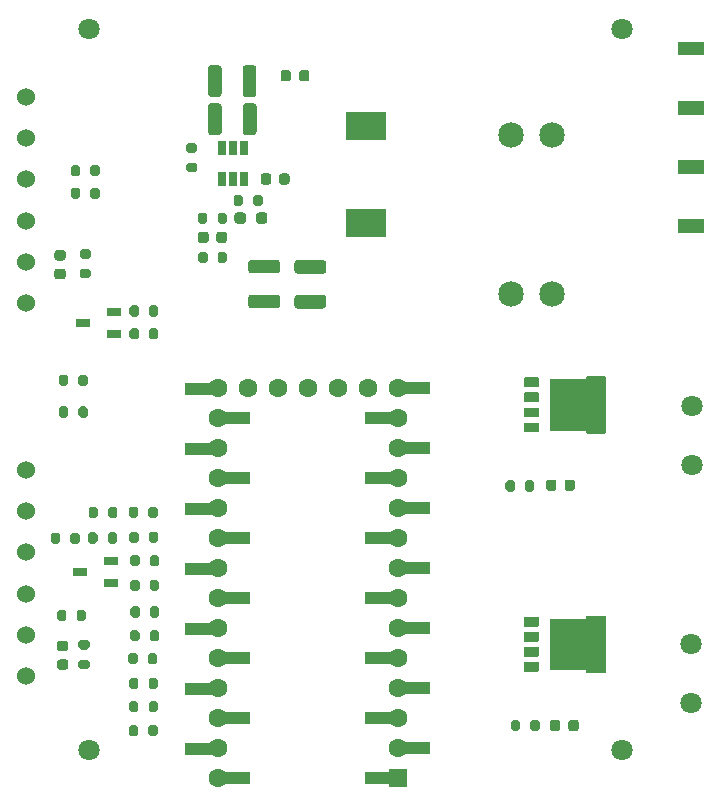
<source format=gbr>
%TF.GenerationSoftware,KiCad,Pcbnew,(5.1.9)-1*%
<<<<<<< HEAD:exports/Gerbers/4runner-Seat-Heat-PCB-Rev02/4runner-seat-heat-F_Mask.gbr
%TF.CreationDate,2022-03-20T14:43:19-04:00*%
=======
%TF.CreationDate,2022-12-24T12:33:20-05:00*%
>>>>>>> better-backligh-control:exports/Gerbers/4runner-Seat-Heat-PCB-Rev03/4runner-seat-heat-F_Mask.gbr
%TF.ProjectId,4runner-seat-heat,3472756e-6e65-4722-9d73-6561742d6865,rev?*%
%TF.SameCoordinates,Original*%
%TF.FileFunction,Soldermask,Top*%
%TF.FilePolarity,Negative*%
%FSLAX46Y46*%
G04 Gerber Fmt 4.6, Leading zero omitted, Abs format (unit mm)*
<<<<<<< HEAD:exports/Gerbers/4runner-Seat-Heat-PCB-Rev02/4runner-seat-heat-F_Mask.gbr
G04 Created by KiCad (PCBNEW (5.1.9)-1) date 2022-03-20 14:43:19*
=======
G04 Created by KiCad (PCBNEW (5.1.9)-1) date 2022-12-24 12:33:20*
>>>>>>> better-backligh-control:exports/Gerbers/4runner-Seat-Heat-PCB-Rev03/4runner-seat-heat-F_Mask.gbr
%MOMM*%
%LPD*%
G01*
G04 APERTURE LIST*
%ADD10C,1.800000*%
%ADD11R,2.286000X1.016000*%
%ADD12C,1.600000*%
%ADD13R,1.600000X1.600000*%
%ADD14C,2.159000*%
%ADD15C,1.524000*%
%ADD16R,0.650000X1.220000*%
%ADD17C,0.100000*%
%ADD18R,1.220000X0.650000*%
%ADD19R,3.400000X2.400000*%
G04 APERTURE END LIST*
D10*
<<<<<<< HEAD:exports/Gerbers/4runner-Seat-Heat-PCB-Rev02/4runner-seat-heat-F_Mask.gbr
%TO.C,Mount1*%
X13309600Y-61711200D03*
%TD*%
%TO.C,Mount4*%
X13309600Y-711200D03*
%TD*%
%TO.C,Mount2*%
X58470800Y-61711200D03*
%TD*%
%TO.C,Mount3*%
X58470800Y-711200D03*
%TD*%
D11*
%TO.C,J9*%
X64312800Y-2424400D03*
X64312800Y-17424400D03*
X64312800Y-7424400D03*
X64312800Y-12424400D03*
=======
%TO.C,REF\u002A\u002A*%
X64312800Y-2322800D03*
X64312800Y-17322800D03*
X64312800Y-7322800D03*
X64312800Y-12322800D03*
>>>>>>> better-backligh-control:exports/Gerbers/4runner-Seat-Heat-PCB-Rev03/4runner-seat-heat-F_Mask.gbr
%TD*%
%TO.C,R24*%
G36*
G01*
X10875000Y-43525000D02*
X10875000Y-44075000D01*
G75*
G02*
X10675000Y-44275000I-200000J0D01*
G01*
X10275000Y-44275000D01*
G75*
G02*
X10075000Y-44075000I0J200000D01*
G01*
X10075000Y-43525000D01*
G75*
G02*
X10275000Y-43325000I200000J0D01*
G01*
X10675000Y-43325000D01*
G75*
G02*
X10875000Y-43525000I0J-200000D01*
G01*
G37*
G36*
G01*
X12525000Y-43525000D02*
X12525000Y-44075000D01*
G75*
G02*
X12325000Y-44275000I-200000J0D01*
G01*
X11925000Y-44275000D01*
G75*
G02*
X11725000Y-44075000I0J200000D01*
G01*
X11725000Y-43525000D01*
G75*
G02*
X11925000Y-43325000I200000J0D01*
G01*
X12325000Y-43325000D01*
G75*
G02*
X12525000Y-43525000I0J-200000D01*
G01*
G37*
%TD*%
%TO.C,R23*%
G36*
G01*
X12261400Y-50617800D02*
X12261400Y-50067800D01*
G75*
G02*
X12461400Y-49867800I200000J0D01*
G01*
X12861400Y-49867800D01*
G75*
G02*
X13061400Y-50067800I0J-200000D01*
G01*
X13061400Y-50617800D01*
G75*
G02*
X12861400Y-50817800I-200000J0D01*
G01*
X12461400Y-50817800D01*
G75*
G02*
X12261400Y-50617800I0J200000D01*
G01*
G37*
G36*
G01*
X10611400Y-50617800D02*
X10611400Y-50067800D01*
G75*
G02*
X10811400Y-49867800I200000J0D01*
G01*
X11211400Y-49867800D01*
G75*
G02*
X11411400Y-50067800I0J-200000D01*
G01*
X11411400Y-50617800D01*
G75*
G02*
X11211400Y-50817800I-200000J0D01*
G01*
X10811400Y-50817800D01*
G75*
G02*
X10611400Y-50617800I0J200000D01*
G01*
G37*
%TD*%
%TO.C,R22*%
G36*
G01*
X11563800Y-32846600D02*
X11563800Y-33396600D01*
G75*
G02*
X11363800Y-33596600I-200000J0D01*
G01*
X10963800Y-33596600D01*
G75*
G02*
X10763800Y-33396600I0J200000D01*
G01*
X10763800Y-32846600D01*
G75*
G02*
X10963800Y-32646600I200000J0D01*
G01*
X11363800Y-32646600D01*
G75*
G02*
X11563800Y-32846600I0J-200000D01*
G01*
G37*
G36*
G01*
X13213800Y-32846600D02*
X13213800Y-33396600D01*
G75*
G02*
X13013800Y-33596600I-200000J0D01*
G01*
X12613800Y-33596600D01*
G75*
G02*
X12413800Y-33396600I0J200000D01*
G01*
X12413800Y-32846600D01*
G75*
G02*
X12613800Y-32646600I200000J0D01*
G01*
X13013800Y-32646600D01*
G75*
G02*
X13213800Y-32846600I0J-200000D01*
G01*
G37*
%TD*%
%TO.C,R21*%
G36*
G01*
X12413800Y-30704200D02*
X12413800Y-30154200D01*
G75*
G02*
X12613800Y-29954200I200000J0D01*
G01*
X13013800Y-29954200D01*
G75*
G02*
X13213800Y-30154200I0J-200000D01*
G01*
X13213800Y-30704200D01*
G75*
G02*
X13013800Y-30904200I-200000J0D01*
G01*
X12613800Y-30904200D01*
G75*
G02*
X12413800Y-30704200I0J200000D01*
G01*
G37*
G36*
G01*
X10763800Y-30704200D02*
X10763800Y-30154200D01*
G75*
G02*
X10963800Y-29954200I200000J0D01*
G01*
X11363800Y-29954200D01*
G75*
G02*
X11563800Y-30154200I0J-200000D01*
G01*
X11563800Y-30704200D01*
G75*
G02*
X11363800Y-30904200I-200000J0D01*
G01*
X10963800Y-30904200D01*
G75*
G02*
X10763800Y-30704200I0J200000D01*
G01*
G37*
%TD*%
D11*
%TO.C,U2*%
X41088900Y-31105000D03*
X37788900Y-33655000D03*
X37788900Y-53975000D03*
X41088900Y-36185000D03*
X37788900Y-64135000D03*
X37788900Y-48895000D03*
X41088900Y-61585000D03*
X41088900Y-51425000D03*
X41088900Y-41265000D03*
X37788900Y-38735000D03*
X37788900Y-43815000D03*
X37788900Y-59055000D03*
X41088900Y-46345000D03*
X41088900Y-56505000D03*
X25888900Y-33665000D03*
X25888900Y-38745000D03*
X25888900Y-43825000D03*
X25888900Y-48905000D03*
X25888900Y-53985000D03*
X25888900Y-59065000D03*
X22588900Y-31135000D03*
X22588900Y-36215000D03*
X22588900Y-41295000D03*
X22588900Y-46375000D03*
X22588900Y-51455000D03*
X22588900Y-56535000D03*
X22588900Y-61615000D03*
X25888900Y-64145000D03*
D12*
X31838900Y-31115000D03*
X29298900Y-31115000D03*
X26758900Y-31115000D03*
X24218900Y-31115000D03*
X34378900Y-31115000D03*
X36918900Y-31115000D03*
X39458900Y-31115000D03*
X24218900Y-33655000D03*
X24218900Y-36195000D03*
X24218900Y-38735000D03*
X24218900Y-41275000D03*
X24218900Y-43815000D03*
X24218900Y-46355000D03*
X24218900Y-48895000D03*
X24218900Y-51435000D03*
X24218900Y-53975000D03*
X24218900Y-56515000D03*
X24218900Y-59055000D03*
X24218900Y-61595000D03*
X24218900Y-64135000D03*
X39458900Y-33655000D03*
X39458900Y-36195000D03*
X39458900Y-38735000D03*
X39458900Y-41275000D03*
X39458900Y-43815000D03*
X39458900Y-46355000D03*
X39458900Y-48895000D03*
X39458900Y-51435000D03*
X39458900Y-53975000D03*
X39458900Y-56515000D03*
X39458900Y-59055000D03*
X39458900Y-61595000D03*
D13*
X39458900Y-64135000D03*
%TD*%
D10*
%TO.C,Left-Heater1*%
X64312800Y-52785000D03*
X64312800Y-57785000D03*
%TD*%
%TO.C,Right-Heater1*%
X64338200Y-32592000D03*
X64338200Y-37592000D03*
%TD*%
%TO.C,C7*%
G36*
G01*
X28758000Y-13148500D02*
X28758000Y-13648500D01*
G75*
G02*
X28533000Y-13873500I-225000J0D01*
G01*
X28083000Y-13873500D01*
G75*
G02*
X27858000Y-13648500I0J225000D01*
G01*
X27858000Y-13148500D01*
G75*
G02*
X28083000Y-12923500I225000J0D01*
G01*
X28533000Y-12923500D01*
G75*
G02*
X28758000Y-13148500I0J-225000D01*
G01*
G37*
G36*
G01*
X30308000Y-13148500D02*
X30308000Y-13648500D01*
G75*
G02*
X30083000Y-13873500I-225000J0D01*
G01*
X29633000Y-13873500D01*
G75*
G02*
X29408000Y-13648500I0J225000D01*
G01*
X29408000Y-13148500D01*
G75*
G02*
X29633000Y-12923500I225000J0D01*
G01*
X30083000Y-12923500D01*
G75*
G02*
X30308000Y-13148500I0J-225000D01*
G01*
G37*
%TD*%
%TO.C,C8*%
G36*
G01*
X33154801Y-24363900D02*
X30954799Y-24363900D01*
G75*
G02*
X30704800Y-24113901I0J249999D01*
G01*
X30704800Y-23463899D01*
G75*
G02*
X30954799Y-23213900I249999J0D01*
G01*
X33154801Y-23213900D01*
G75*
G02*
X33404800Y-23463899I0J-249999D01*
G01*
X33404800Y-24113901D01*
G75*
G02*
X33154801Y-24363900I-249999J0D01*
G01*
G37*
G36*
G01*
X33154801Y-21413900D02*
X30954799Y-21413900D01*
G75*
G02*
X30704800Y-21163901I0J249999D01*
G01*
X30704800Y-20513899D01*
G75*
G02*
X30954799Y-20263900I249999J0D01*
G01*
X33154801Y-20263900D01*
G75*
G02*
X33404800Y-20513899I0J-249999D01*
G01*
X33404800Y-21163901D01*
G75*
G02*
X33154801Y-21413900I-249999J0D01*
G01*
G37*
%TD*%
%TO.C,C9*%
G36*
G01*
X29243201Y-21388500D02*
X27043199Y-21388500D01*
G75*
G02*
X26793200Y-21138501I0J249999D01*
G01*
X26793200Y-20488499D01*
G75*
G02*
X27043199Y-20238500I249999J0D01*
G01*
X29243201Y-20238500D01*
G75*
G02*
X29493200Y-20488499I0J-249999D01*
G01*
X29493200Y-21138501D01*
G75*
G02*
X29243201Y-21388500I-249999J0D01*
G01*
G37*
G36*
G01*
X29243201Y-24338500D02*
X27043199Y-24338500D01*
G75*
G02*
X26793200Y-24088501I0J249999D01*
G01*
X26793200Y-23438499D01*
G75*
G02*
X27043199Y-23188500I249999J0D01*
G01*
X29243201Y-23188500D01*
G75*
G02*
X29493200Y-23438499I0J-249999D01*
G01*
X29493200Y-24088501D01*
G75*
G02*
X29243201Y-24338500I-249999J0D01*
G01*
G37*
%TD*%
%TO.C,C10*%
G36*
G01*
X23400800Y-9431201D02*
X23400800Y-7231199D01*
G75*
G02*
X23650799Y-6981200I249999J0D01*
G01*
X24300801Y-6981200D01*
G75*
G02*
X24550800Y-7231199I0J-249999D01*
G01*
X24550800Y-9431201D01*
G75*
G02*
X24300801Y-9681200I-249999J0D01*
G01*
X23650799Y-9681200D01*
G75*
G02*
X23400800Y-9431201I0J249999D01*
G01*
G37*
G36*
G01*
X26350800Y-9431201D02*
X26350800Y-7231199D01*
G75*
G02*
X26600799Y-6981200I249999J0D01*
G01*
X27250801Y-6981200D01*
G75*
G02*
X27500800Y-7231199I0J-249999D01*
G01*
X27500800Y-9431201D01*
G75*
G02*
X27250801Y-9681200I-249999J0D01*
G01*
X26600799Y-9681200D01*
G75*
G02*
X26350800Y-9431201I0J249999D01*
G01*
G37*
%TD*%
%TO.C,C6*%
G36*
G01*
X26338100Y-6205401D02*
X26338100Y-4005399D01*
G75*
G02*
X26588099Y-3755400I249999J0D01*
G01*
X27238101Y-3755400D01*
G75*
G02*
X27488100Y-4005399I0J-249999D01*
G01*
X27488100Y-6205401D01*
G75*
G02*
X27238101Y-6455400I-249999J0D01*
G01*
X26588099Y-6455400D01*
G75*
G02*
X26338100Y-6205401I0J249999D01*
G01*
G37*
G36*
G01*
X23388100Y-6205401D02*
X23388100Y-4005399D01*
G75*
G02*
X23638099Y-3755400I249999J0D01*
G01*
X24288101Y-3755400D01*
G75*
G02*
X24538100Y-4005399I0J-249999D01*
G01*
X24538100Y-6205401D01*
G75*
G02*
X24288101Y-6455400I-249999J0D01*
G01*
X23638099Y-6455400D01*
G75*
G02*
X23388100Y-6205401I0J249999D01*
G01*
G37*
%TD*%
%TO.C,C12*%
G36*
G01*
X24999400Y-18088800D02*
X24999400Y-18588800D01*
G75*
G02*
X24774400Y-18813800I-225000J0D01*
G01*
X24324400Y-18813800D01*
G75*
G02*
X24099400Y-18588800I0J225000D01*
G01*
X24099400Y-18088800D01*
G75*
G02*
X24324400Y-17863800I225000J0D01*
G01*
X24774400Y-17863800D01*
G75*
G02*
X24999400Y-18088800I0J-225000D01*
G01*
G37*
G36*
G01*
X23449400Y-18088800D02*
X23449400Y-18588800D01*
G75*
G02*
X23224400Y-18813800I-225000J0D01*
G01*
X22774400Y-18813800D01*
G75*
G02*
X22549400Y-18588800I0J225000D01*
G01*
X22549400Y-18088800D01*
G75*
G02*
X22774400Y-17863800I225000J0D01*
G01*
X23224400Y-17863800D01*
G75*
G02*
X23449400Y-18088800I0J-225000D01*
G01*
G37*
%TD*%
D14*
%TO.C,F1*%
X52489100Y-9690100D03*
X52489100Y-23152100D03*
X49085500Y-9690100D03*
X49085500Y-23152100D03*
%TD*%
%TO.C,F2*%
G36*
G01*
X29534400Y-4904450D02*
X29534400Y-4391950D01*
G75*
G02*
X29753150Y-4173200I218750J0D01*
G01*
X30190650Y-4173200D01*
G75*
G02*
X30409400Y-4391950I0J-218750D01*
G01*
X30409400Y-4904450D01*
G75*
G02*
X30190650Y-5123200I-218750J0D01*
G01*
X29753150Y-5123200D01*
G75*
G02*
X29534400Y-4904450I0J218750D01*
G01*
G37*
G36*
G01*
X31109400Y-4904450D02*
X31109400Y-4391950D01*
G75*
G02*
X31328150Y-4173200I218750J0D01*
G01*
X31765650Y-4173200D01*
G75*
G02*
X31984400Y-4391950I0J-218750D01*
G01*
X31984400Y-4904450D01*
G75*
G02*
X31765650Y-5123200I-218750J0D01*
G01*
X31328150Y-5123200D01*
G75*
G02*
X31109400Y-4904450I0J218750D01*
G01*
G37*
%TD*%
D15*
%TO.C,J3*%
X8001000Y-23910000D03*
X8001000Y-20410000D03*
X8001000Y-16910000D03*
X8001000Y-13410000D03*
X8001000Y-9910000D03*
X8001000Y-6410000D03*
%TD*%
%TO.C,J8*%
X8001000Y-38007600D03*
X8001000Y-41507600D03*
X8001000Y-45007600D03*
X8001000Y-48507600D03*
X8001000Y-52007600D03*
X8001000Y-55507600D03*
%TD*%
%TO.C,R1*%
G36*
G01*
X17507400Y-57802100D02*
X17507400Y-58352100D01*
G75*
G02*
X17307400Y-58552100I-200000J0D01*
G01*
X16907400Y-58552100D01*
G75*
G02*
X16707400Y-58352100I0J200000D01*
G01*
X16707400Y-57802100D01*
G75*
G02*
X16907400Y-57602100I200000J0D01*
G01*
X17307400Y-57602100D01*
G75*
G02*
X17507400Y-57802100I0J-200000D01*
G01*
G37*
G36*
G01*
X19157400Y-57802100D02*
X19157400Y-58352100D01*
G75*
G02*
X18957400Y-58552100I-200000J0D01*
G01*
X18557400Y-58552100D01*
G75*
G02*
X18357400Y-58352100I0J200000D01*
G01*
X18357400Y-57802100D01*
G75*
G02*
X18557400Y-57602100I200000J0D01*
G01*
X18957400Y-57602100D01*
G75*
G02*
X19157400Y-57802100I0J-200000D01*
G01*
G37*
%TD*%
%TO.C,R3*%
G36*
G01*
X51478900Y-59389600D02*
X51478900Y-59939600D01*
G75*
G02*
X51278900Y-60139600I-200000J0D01*
G01*
X50878900Y-60139600D01*
G75*
G02*
X50678900Y-59939600I0J200000D01*
G01*
X50678900Y-59389600D01*
G75*
G02*
X50878900Y-59189600I200000J0D01*
G01*
X51278900Y-59189600D01*
G75*
G02*
X51478900Y-59389600I0J-200000D01*
G01*
G37*
G36*
G01*
X49828900Y-59389600D02*
X49828900Y-59939600D01*
G75*
G02*
X49628900Y-60139600I-200000J0D01*
G01*
X49228900Y-60139600D01*
G75*
G02*
X49028900Y-59939600I0J200000D01*
G01*
X49028900Y-59389600D01*
G75*
G02*
X49228900Y-59189600I200000J0D01*
G01*
X49628900Y-59189600D01*
G75*
G02*
X49828900Y-59389600I0J-200000D01*
G01*
G37*
%TD*%
%TO.C,R2*%
G36*
G01*
X18332000Y-60384100D02*
X18332000Y-59834100D01*
G75*
G02*
X18532000Y-59634100I200000J0D01*
G01*
X18932000Y-59634100D01*
G75*
G02*
X19132000Y-59834100I0J-200000D01*
G01*
X19132000Y-60384100D01*
G75*
G02*
X18932000Y-60584100I-200000J0D01*
G01*
X18532000Y-60584100D01*
G75*
G02*
X18332000Y-60384100I0J200000D01*
G01*
G37*
G36*
G01*
X16682000Y-60384100D02*
X16682000Y-59834100D01*
G75*
G02*
X16882000Y-59634100I200000J0D01*
G01*
X17282000Y-59634100D01*
G75*
G02*
X17482000Y-59834100I0J-200000D01*
G01*
X17482000Y-60384100D01*
G75*
G02*
X17282000Y-60584100I-200000J0D01*
G01*
X16882000Y-60584100D01*
G75*
G02*
X16682000Y-60384100I0J200000D01*
G01*
G37*
%TD*%
%TO.C,R9*%
G36*
G01*
X14229800Y-14317300D02*
X14229800Y-14867300D01*
G75*
G02*
X14029800Y-15067300I-200000J0D01*
G01*
X13629800Y-15067300D01*
G75*
G02*
X13429800Y-14867300I0J200000D01*
G01*
X13429800Y-14317300D01*
G75*
G02*
X13629800Y-14117300I200000J0D01*
G01*
X14029800Y-14117300D01*
G75*
G02*
X14229800Y-14317300I0J-200000D01*
G01*
G37*
G36*
G01*
X12579800Y-14317300D02*
X12579800Y-14867300D01*
G75*
G02*
X12379800Y-15067300I-200000J0D01*
G01*
X11979800Y-15067300D01*
G75*
G02*
X11779800Y-14867300I0J200000D01*
G01*
X11779800Y-14317300D01*
G75*
G02*
X11979800Y-14117300I200000J0D01*
G01*
X12379800Y-14117300D01*
G75*
G02*
X12579800Y-14317300I0J-200000D01*
G01*
G37*
%TD*%
%TO.C,R12*%
G36*
G01*
X12567100Y-12412300D02*
X12567100Y-12962300D01*
G75*
G02*
X12367100Y-13162300I-200000J0D01*
G01*
X11967100Y-13162300D01*
G75*
G02*
X11767100Y-12962300I0J200000D01*
G01*
X11767100Y-12412300D01*
G75*
G02*
X11967100Y-12212300I200000J0D01*
G01*
X12367100Y-12212300D01*
G75*
G02*
X12567100Y-12412300I0J-200000D01*
G01*
G37*
G36*
G01*
X14217100Y-12412300D02*
X14217100Y-12962300D01*
G75*
G02*
X14017100Y-13162300I-200000J0D01*
G01*
X13617100Y-13162300D01*
G75*
G02*
X13417100Y-12962300I0J200000D01*
G01*
X13417100Y-12412300D01*
G75*
G02*
X13617100Y-12212300I200000J0D01*
G01*
X14017100Y-12212300D01*
G75*
G02*
X14217100Y-12412300I0J-200000D01*
G01*
G37*
%TD*%
%TO.C,R4*%
G36*
G01*
X16796300Y-52345000D02*
X16796300Y-51795000D01*
G75*
G02*
X16996300Y-51595000I200000J0D01*
G01*
X17396300Y-51595000D01*
G75*
G02*
X17596300Y-51795000I0J-200000D01*
G01*
X17596300Y-52345000D01*
G75*
G02*
X17396300Y-52545000I-200000J0D01*
G01*
X16996300Y-52545000D01*
G75*
G02*
X16796300Y-52345000I0J200000D01*
G01*
G37*
G36*
G01*
X18446300Y-52345000D02*
X18446300Y-51795000D01*
G75*
G02*
X18646300Y-51595000I200000J0D01*
G01*
X19046300Y-51595000D01*
G75*
G02*
X19246300Y-51795000I0J-200000D01*
G01*
X19246300Y-52345000D01*
G75*
G02*
X19046300Y-52545000I-200000J0D01*
G01*
X18646300Y-52545000D01*
G75*
G02*
X18446300Y-52345000I0J200000D01*
G01*
G37*
%TD*%
%TO.C,R7*%
G36*
G01*
X49371700Y-39107700D02*
X49371700Y-39657700D01*
G75*
G02*
X49171700Y-39857700I-200000J0D01*
G01*
X48771700Y-39857700D01*
G75*
G02*
X48571700Y-39657700I0J200000D01*
G01*
X48571700Y-39107700D01*
G75*
G02*
X48771700Y-38907700I200000J0D01*
G01*
X49171700Y-38907700D01*
G75*
G02*
X49371700Y-39107700I0J-200000D01*
G01*
G37*
G36*
G01*
X51021700Y-39107700D02*
X51021700Y-39657700D01*
G75*
G02*
X50821700Y-39857700I-200000J0D01*
G01*
X50421700Y-39857700D01*
G75*
G02*
X50221700Y-39657700I0J200000D01*
G01*
X50221700Y-39107700D01*
G75*
G02*
X50421700Y-38907700I200000J0D01*
G01*
X50821700Y-38907700D01*
G75*
G02*
X51021700Y-39107700I0J-200000D01*
G01*
G37*
%TD*%
%TO.C,R5*%
G36*
G01*
X16821700Y-50325700D02*
X16821700Y-49775700D01*
G75*
G02*
X17021700Y-49575700I200000J0D01*
G01*
X17421700Y-49575700D01*
G75*
G02*
X17621700Y-49775700I0J-200000D01*
G01*
X17621700Y-50325700D01*
G75*
G02*
X17421700Y-50525700I-200000J0D01*
G01*
X17021700Y-50525700D01*
G75*
G02*
X16821700Y-50325700I0J200000D01*
G01*
G37*
G36*
G01*
X18471700Y-50325700D02*
X18471700Y-49775700D01*
G75*
G02*
X18671700Y-49575700I200000J0D01*
G01*
X19071700Y-49575700D01*
G75*
G02*
X19271700Y-49775700I0J-200000D01*
G01*
X19271700Y-50325700D01*
G75*
G02*
X19071700Y-50525700I-200000J0D01*
G01*
X18671700Y-50525700D01*
G75*
G02*
X18471700Y-50325700I0J200000D01*
G01*
G37*
%TD*%
%TO.C,R6*%
G36*
G01*
X14078400Y-41342900D02*
X14078400Y-41892900D01*
G75*
G02*
X13878400Y-42092900I-200000J0D01*
G01*
X13478400Y-42092900D01*
G75*
G02*
X13278400Y-41892900I0J200000D01*
G01*
X13278400Y-41342900D01*
G75*
G02*
X13478400Y-41142900I200000J0D01*
G01*
X13878400Y-41142900D01*
G75*
G02*
X14078400Y-41342900I0J-200000D01*
G01*
G37*
G36*
G01*
X15728400Y-41342900D02*
X15728400Y-41892900D01*
G75*
G02*
X15528400Y-42092900I-200000J0D01*
G01*
X15128400Y-42092900D01*
G75*
G02*
X14928400Y-41892900I0J200000D01*
G01*
X14928400Y-41342900D01*
G75*
G02*
X15128400Y-41142900I200000J0D01*
G01*
X15528400Y-41142900D01*
G75*
G02*
X15728400Y-41342900I0J-200000D01*
G01*
G37*
%TD*%
%TO.C,R8*%
G36*
G01*
X15703000Y-43514600D02*
X15703000Y-44064600D01*
G75*
G02*
X15503000Y-44264600I-200000J0D01*
G01*
X15103000Y-44264600D01*
G75*
G02*
X14903000Y-44064600I0J200000D01*
G01*
X14903000Y-43514600D01*
G75*
G02*
X15103000Y-43314600I200000J0D01*
G01*
X15503000Y-43314600D01*
G75*
G02*
X15703000Y-43514600I0J-200000D01*
G01*
G37*
G36*
G01*
X14053000Y-43514600D02*
X14053000Y-44064600D01*
G75*
G02*
X13853000Y-44264600I-200000J0D01*
G01*
X13453000Y-44264600D01*
G75*
G02*
X13253000Y-44064600I0J200000D01*
G01*
X13253000Y-43514600D01*
G75*
G02*
X13453000Y-43314600I200000J0D01*
G01*
X13853000Y-43314600D01*
G75*
G02*
X14053000Y-43514600I0J-200000D01*
G01*
G37*
%TD*%
%TO.C,R11*%
G36*
G01*
X16745500Y-26779900D02*
X16745500Y-26229900D01*
G75*
G02*
X16945500Y-26029900I200000J0D01*
G01*
X17345500Y-26029900D01*
G75*
G02*
X17545500Y-26229900I0J-200000D01*
G01*
X17545500Y-26779900D01*
G75*
G02*
X17345500Y-26979900I-200000J0D01*
G01*
X16945500Y-26979900D01*
G75*
G02*
X16745500Y-26779900I0J200000D01*
G01*
G37*
G36*
G01*
X18395500Y-26779900D02*
X18395500Y-26229900D01*
G75*
G02*
X18595500Y-26029900I200000J0D01*
G01*
X18995500Y-26029900D01*
G75*
G02*
X19195500Y-26229900I0J-200000D01*
G01*
X19195500Y-26779900D01*
G75*
G02*
X18995500Y-26979900I-200000J0D01*
G01*
X18595500Y-26979900D01*
G75*
G02*
X18395500Y-26779900I0J200000D01*
G01*
G37*
%TD*%
%TO.C,R10*%
G36*
G01*
X18446300Y-48065100D02*
X18446300Y-47515100D01*
G75*
G02*
X18646300Y-47315100I200000J0D01*
G01*
X19046300Y-47315100D01*
G75*
G02*
X19246300Y-47515100I0J-200000D01*
G01*
X19246300Y-48065100D01*
G75*
G02*
X19046300Y-48265100I-200000J0D01*
G01*
X18646300Y-48265100D01*
G75*
G02*
X18446300Y-48065100I0J200000D01*
G01*
G37*
G36*
G01*
X16796300Y-48065100D02*
X16796300Y-47515100D01*
G75*
G02*
X16996300Y-47315100I200000J0D01*
G01*
X17396300Y-47315100D01*
G75*
G02*
X17596300Y-47515100I0J-200000D01*
G01*
X17596300Y-48065100D01*
G75*
G02*
X17396300Y-48265100I-200000J0D01*
G01*
X16996300Y-48265100D01*
G75*
G02*
X16796300Y-48065100I0J200000D01*
G01*
G37*
%TD*%
%TO.C,R16*%
G36*
G01*
X12717100Y-19349000D02*
X13267100Y-19349000D01*
G75*
G02*
X13467100Y-19549000I0J-200000D01*
G01*
X13467100Y-19949000D01*
G75*
G02*
X13267100Y-20149000I-200000J0D01*
G01*
X12717100Y-20149000D01*
G75*
G02*
X12517100Y-19949000I0J200000D01*
G01*
X12517100Y-19549000D01*
G75*
G02*
X12717100Y-19349000I200000J0D01*
G01*
G37*
G36*
G01*
X12717100Y-20999000D02*
X13267100Y-20999000D01*
G75*
G02*
X13467100Y-21199000I0J-200000D01*
G01*
X13467100Y-21599000D01*
G75*
G02*
X13267100Y-21799000I-200000J0D01*
G01*
X12717100Y-21799000D01*
G75*
G02*
X12517100Y-21599000I0J200000D01*
G01*
X12517100Y-21199000D01*
G75*
G02*
X12717100Y-20999000I200000J0D01*
G01*
G37*
%TD*%
%TO.C,R15*%
G36*
G01*
X12628200Y-54082500D02*
X13178200Y-54082500D01*
G75*
G02*
X13378200Y-54282500I0J-200000D01*
G01*
X13378200Y-54682500D01*
G75*
G02*
X13178200Y-54882500I-200000J0D01*
G01*
X12628200Y-54882500D01*
G75*
G02*
X12428200Y-54682500I0J200000D01*
G01*
X12428200Y-54282500D01*
G75*
G02*
X12628200Y-54082500I200000J0D01*
G01*
G37*
G36*
G01*
X12628200Y-52432500D02*
X13178200Y-52432500D01*
G75*
G02*
X13378200Y-52632500I0J-200000D01*
G01*
X13378200Y-53032500D01*
G75*
G02*
X13178200Y-53232500I-200000J0D01*
G01*
X12628200Y-53232500D01*
G75*
G02*
X12428200Y-53032500I0J200000D01*
G01*
X12428200Y-52632500D01*
G75*
G02*
X12628200Y-52432500I200000J0D01*
G01*
G37*
%TD*%
%TO.C,R14*%
G36*
G01*
X17545500Y-24286800D02*
X17545500Y-24836800D01*
G75*
G02*
X17345500Y-25036800I-200000J0D01*
G01*
X16945500Y-25036800D01*
G75*
G02*
X16745500Y-24836800I0J200000D01*
G01*
X16745500Y-24286800D01*
G75*
G02*
X16945500Y-24086800I200000J0D01*
G01*
X17345500Y-24086800D01*
G75*
G02*
X17545500Y-24286800I0J-200000D01*
G01*
G37*
G36*
G01*
X19195500Y-24286800D02*
X19195500Y-24836800D01*
G75*
G02*
X18995500Y-25036800I-200000J0D01*
G01*
X18595500Y-25036800D01*
G75*
G02*
X18395500Y-24836800I0J200000D01*
G01*
X18395500Y-24286800D01*
G75*
G02*
X18595500Y-24086800I200000J0D01*
G01*
X18995500Y-24086800D01*
G75*
G02*
X19195500Y-24286800I0J-200000D01*
G01*
G37*
%TD*%
%TO.C,R13*%
G36*
G01*
X17609000Y-45445000D02*
X17609000Y-45995000D01*
G75*
G02*
X17409000Y-46195000I-200000J0D01*
G01*
X17009000Y-46195000D01*
G75*
G02*
X16809000Y-45995000I0J200000D01*
G01*
X16809000Y-45445000D01*
G75*
G02*
X17009000Y-45245000I200000J0D01*
G01*
X17409000Y-45245000D01*
G75*
G02*
X17609000Y-45445000I0J-200000D01*
G01*
G37*
G36*
G01*
X19259000Y-45445000D02*
X19259000Y-45995000D01*
G75*
G02*
X19059000Y-46195000I-200000J0D01*
G01*
X18659000Y-46195000D01*
G75*
G02*
X18459000Y-45995000I0J200000D01*
G01*
X18459000Y-45445000D01*
G75*
G02*
X18659000Y-45245000I200000J0D01*
G01*
X19059000Y-45245000D01*
G75*
G02*
X19259000Y-45445000I0J-200000D01*
G01*
G37*
%TD*%
%TO.C,R34*%
G36*
G01*
X25012100Y-19765600D02*
X25012100Y-20315600D01*
G75*
G02*
X24812100Y-20515600I-200000J0D01*
G01*
X24412100Y-20515600D01*
G75*
G02*
X24212100Y-20315600I0J200000D01*
G01*
X24212100Y-19765600D01*
G75*
G02*
X24412100Y-19565600I200000J0D01*
G01*
X24812100Y-19565600D01*
G75*
G02*
X25012100Y-19765600I0J-200000D01*
G01*
G37*
G36*
G01*
X23362100Y-19765600D02*
X23362100Y-20315600D01*
G75*
G02*
X23162100Y-20515600I-200000J0D01*
G01*
X22762100Y-20515600D01*
G75*
G02*
X22562100Y-20315600I0J200000D01*
G01*
X22562100Y-19765600D01*
G75*
G02*
X22762100Y-19565600I200000J0D01*
G01*
X23162100Y-19565600D01*
G75*
G02*
X23362100Y-19765600I0J-200000D01*
G01*
G37*
%TD*%
%TO.C,R35*%
G36*
G01*
X21746800Y-10370100D02*
X22296800Y-10370100D01*
G75*
G02*
X22496800Y-10570100I0J-200000D01*
G01*
X22496800Y-10970100D01*
G75*
G02*
X22296800Y-11170100I-200000J0D01*
G01*
X21746800Y-11170100D01*
G75*
G02*
X21546800Y-10970100I0J200000D01*
G01*
X21546800Y-10570100D01*
G75*
G02*
X21746800Y-10370100I200000J0D01*
G01*
G37*
G36*
G01*
X21746800Y-12020100D02*
X22296800Y-12020100D01*
G75*
G02*
X22496800Y-12220100I0J-200000D01*
G01*
X22496800Y-12620100D01*
G75*
G02*
X22296800Y-12820100I-200000J0D01*
G01*
X21746800Y-12820100D01*
G75*
G02*
X21546800Y-12620100I0J200000D01*
G01*
X21546800Y-12220100D01*
G75*
G02*
X21746800Y-12020100I200000J0D01*
G01*
G37*
%TD*%
%TO.C,R36*%
G36*
G01*
X24199400Y-16988200D02*
X24199400Y-16438200D01*
G75*
G02*
X24399400Y-16238200I200000J0D01*
G01*
X24799400Y-16238200D01*
G75*
G02*
X24999400Y-16438200I0J-200000D01*
G01*
X24999400Y-16988200D01*
G75*
G02*
X24799400Y-17188200I-200000J0D01*
G01*
X24399400Y-17188200D01*
G75*
G02*
X24199400Y-16988200I0J200000D01*
G01*
G37*
G36*
G01*
X22549400Y-16988200D02*
X22549400Y-16438200D01*
G75*
G02*
X22749400Y-16238200I200000J0D01*
G01*
X23149400Y-16238200D01*
G75*
G02*
X23349400Y-16438200I0J-200000D01*
G01*
X23349400Y-16988200D01*
G75*
G02*
X23149400Y-17188200I-200000J0D01*
G01*
X22749400Y-17188200D01*
G75*
G02*
X22549400Y-16988200I0J200000D01*
G01*
G37*
%TD*%
%TO.C,R37*%
G36*
G01*
X27209300Y-15502300D02*
X27209300Y-14952300D01*
G75*
G02*
X27409300Y-14752300I200000J0D01*
G01*
X27809300Y-14752300D01*
G75*
G02*
X28009300Y-14952300I0J-200000D01*
G01*
X28009300Y-15502300D01*
G75*
G02*
X27809300Y-15702300I-200000J0D01*
G01*
X27409300Y-15702300D01*
G75*
G02*
X27209300Y-15502300I0J200000D01*
G01*
G37*
G36*
G01*
X25559300Y-15502300D02*
X25559300Y-14952300D01*
G75*
G02*
X25759300Y-14752300I200000J0D01*
G01*
X26159300Y-14752300D01*
G75*
G02*
X26359300Y-14952300I0J-200000D01*
G01*
X26359300Y-15502300D01*
G75*
G02*
X26159300Y-15702300I-200000J0D01*
G01*
X25759300Y-15702300D01*
G75*
G02*
X25559300Y-15502300I0J200000D01*
G01*
G37*
%TD*%
%TO.C,R38*%
G36*
G01*
X25625600Y-16938000D02*
X25625600Y-16463000D01*
G75*
G02*
X25863100Y-16225500I237500J0D01*
G01*
X26363100Y-16225500D01*
G75*
G02*
X26600600Y-16463000I0J-237500D01*
G01*
X26600600Y-16938000D01*
G75*
G02*
X26363100Y-17175500I-237500J0D01*
G01*
X25863100Y-17175500D01*
G75*
G02*
X25625600Y-16938000I0J237500D01*
G01*
G37*
G36*
G01*
X27450600Y-16938000D02*
X27450600Y-16463000D01*
G75*
G02*
X27688100Y-16225500I237500J0D01*
G01*
X28188100Y-16225500D01*
G75*
G02*
X28425600Y-16463000I0J-237500D01*
G01*
X28425600Y-16938000D01*
G75*
G02*
X28188100Y-17175500I-237500J0D01*
G01*
X27688100Y-17175500D01*
G75*
G02*
X27450600Y-16938000I0J237500D01*
G01*
G37*
%TD*%
%TO.C,R17*%
G36*
G01*
X19106600Y-53738100D02*
X19106600Y-54288100D01*
G75*
G02*
X18906600Y-54488100I-200000J0D01*
G01*
X18506600Y-54488100D01*
G75*
G02*
X18306600Y-54288100I0J200000D01*
G01*
X18306600Y-53738100D01*
G75*
G02*
X18506600Y-53538100I200000J0D01*
G01*
X18906600Y-53538100D01*
G75*
G02*
X19106600Y-53738100I0J-200000D01*
G01*
G37*
G36*
G01*
X17456600Y-53738100D02*
X17456600Y-54288100D01*
G75*
G02*
X17256600Y-54488100I-200000J0D01*
G01*
X16856600Y-54488100D01*
G75*
G02*
X16656600Y-54288100I0J200000D01*
G01*
X16656600Y-53738100D01*
G75*
G02*
X16856600Y-53538100I200000J0D01*
G01*
X17256600Y-53538100D01*
G75*
G02*
X17456600Y-53738100I0J-200000D01*
G01*
G37*
%TD*%
%TO.C,R19*%
G36*
G01*
X17482000Y-41342900D02*
X17482000Y-41892900D01*
G75*
G02*
X17282000Y-42092900I-200000J0D01*
G01*
X16882000Y-42092900D01*
G75*
G02*
X16682000Y-41892900I0J200000D01*
G01*
X16682000Y-41342900D01*
G75*
G02*
X16882000Y-41142900I200000J0D01*
G01*
X17282000Y-41142900D01*
G75*
G02*
X17482000Y-41342900I0J-200000D01*
G01*
G37*
G36*
G01*
X19132000Y-41342900D02*
X19132000Y-41892900D01*
G75*
G02*
X18932000Y-42092900I-200000J0D01*
G01*
X18532000Y-42092900D01*
G75*
G02*
X18332000Y-41892900I0J200000D01*
G01*
X18332000Y-41342900D01*
G75*
G02*
X18532000Y-41142900I200000J0D01*
G01*
X18932000Y-41142900D01*
G75*
G02*
X19132000Y-41342900I0J-200000D01*
G01*
G37*
%TD*%
%TO.C,R18*%
G36*
G01*
X19157400Y-55820900D02*
X19157400Y-56370900D01*
G75*
G02*
X18957400Y-56570900I-200000J0D01*
G01*
X18557400Y-56570900D01*
G75*
G02*
X18357400Y-56370900I0J200000D01*
G01*
X18357400Y-55820900D01*
G75*
G02*
X18557400Y-55620900I200000J0D01*
G01*
X18957400Y-55620900D01*
G75*
G02*
X19157400Y-55820900I0J-200000D01*
G01*
G37*
G36*
G01*
X17507400Y-55820900D02*
X17507400Y-56370900D01*
G75*
G02*
X17307400Y-56570900I-200000J0D01*
G01*
X16907400Y-56570900D01*
G75*
G02*
X16707400Y-56370900I0J200000D01*
G01*
X16707400Y-55820900D01*
G75*
G02*
X16907400Y-55620900I200000J0D01*
G01*
X17307400Y-55620900D01*
G75*
G02*
X17507400Y-55820900I0J-200000D01*
G01*
G37*
%TD*%
%TO.C,R20*%
G36*
G01*
X16732800Y-44001100D02*
X16732800Y-43451100D01*
G75*
G02*
X16932800Y-43251100I200000J0D01*
G01*
X17332800Y-43251100D01*
G75*
G02*
X17532800Y-43451100I0J-200000D01*
G01*
X17532800Y-44001100D01*
G75*
G02*
X17332800Y-44201100I-200000J0D01*
G01*
X16932800Y-44201100D01*
G75*
G02*
X16732800Y-44001100I0J200000D01*
G01*
G37*
G36*
G01*
X18382800Y-44001100D02*
X18382800Y-43451100D01*
G75*
G02*
X18582800Y-43251100I200000J0D01*
G01*
X18982800Y-43251100D01*
G75*
G02*
X19182800Y-43451100I0J-200000D01*
G01*
X19182800Y-44001100D01*
G75*
G02*
X18982800Y-44201100I-200000J0D01*
G01*
X18582800Y-44201100D01*
G75*
G02*
X18382800Y-44001100I0J200000D01*
G01*
G37*
%TD*%
D16*
%TO.C,U1*%
X25512800Y-10793100D03*
X26462800Y-10793100D03*
X26462800Y-13413100D03*
X24562800Y-10793100D03*
X25512800Y-13413100D03*
X24562800Y-13413100D03*
%TD*%
%TO.C,D1*%
G36*
G01*
X53205900Y-59408350D02*
X53205900Y-59920850D01*
G75*
G02*
X52987150Y-60139600I-218750J0D01*
G01*
X52549650Y-60139600D01*
G75*
G02*
X52330900Y-59920850I0J218750D01*
G01*
X52330900Y-59408350D01*
G75*
G02*
X52549650Y-59189600I218750J0D01*
G01*
X52987150Y-59189600D01*
G75*
G02*
X53205900Y-59408350I0J-218750D01*
G01*
G37*
G36*
G01*
X54780900Y-59408350D02*
X54780900Y-59920850D01*
G75*
G02*
X54562150Y-60139600I-218750J0D01*
G01*
X54124650Y-60139600D01*
G75*
G02*
X53905900Y-59920850I0J218750D01*
G01*
X53905900Y-59408350D01*
G75*
G02*
X54124650Y-59189600I218750J0D01*
G01*
X54562150Y-59189600D01*
G75*
G02*
X54780900Y-59408350I0J-218750D01*
G01*
G37*
%TD*%
%TO.C,D2*%
G36*
G01*
X54463400Y-39062950D02*
X54463400Y-39575450D01*
G75*
G02*
X54244650Y-39794200I-218750J0D01*
G01*
X53807150Y-39794200D01*
G75*
G02*
X53588400Y-39575450I0J218750D01*
G01*
X53588400Y-39062950D01*
G75*
G02*
X53807150Y-38844200I218750J0D01*
G01*
X54244650Y-38844200D01*
G75*
G02*
X54463400Y-39062950I0J-218750D01*
G01*
G37*
G36*
G01*
X52888400Y-39062950D02*
X52888400Y-39575450D01*
G75*
G02*
X52669650Y-39794200I-218750J0D01*
G01*
X52232150Y-39794200D01*
G75*
G02*
X52013400Y-39575450I0J218750D01*
G01*
X52013400Y-39062950D01*
G75*
G02*
X52232150Y-38844200I218750J0D01*
G01*
X52669650Y-38844200D01*
G75*
G02*
X52888400Y-39062950I0J-218750D01*
G01*
G37*
%TD*%
%TO.C,D3*%
G36*
G01*
X11127450Y-21875200D02*
X10614950Y-21875200D01*
G75*
G02*
X10396200Y-21656450I0J218750D01*
G01*
X10396200Y-21218950D01*
G75*
G02*
X10614950Y-21000200I218750J0D01*
G01*
X11127450Y-21000200D01*
G75*
G02*
X11346200Y-21218950I0J-218750D01*
G01*
X11346200Y-21656450D01*
G75*
G02*
X11127450Y-21875200I-218750J0D01*
G01*
G37*
G36*
G01*
X11127450Y-20300200D02*
X10614950Y-20300200D01*
G75*
G02*
X10396200Y-20081450I0J218750D01*
G01*
X10396200Y-19643950D01*
G75*
G02*
X10614950Y-19425200I218750J0D01*
G01*
X11127450Y-19425200D01*
G75*
G02*
X11346200Y-19643950I0J-218750D01*
G01*
X11346200Y-20081450D01*
G75*
G02*
X11127450Y-20300200I-218750J0D01*
G01*
G37*
%TD*%
%TO.C,D4*%
G36*
G01*
X11343350Y-53371000D02*
X10830850Y-53371000D01*
G75*
G02*
X10612100Y-53152250I0J218750D01*
G01*
X10612100Y-52714750D01*
G75*
G02*
X10830850Y-52496000I218750J0D01*
G01*
X11343350Y-52496000D01*
G75*
G02*
X11562100Y-52714750I0J-218750D01*
G01*
X11562100Y-53152250D01*
G75*
G02*
X11343350Y-53371000I-218750J0D01*
G01*
G37*
G36*
G01*
X11343350Y-54946000D02*
X10830850Y-54946000D01*
G75*
G02*
X10612100Y-54727250I0J218750D01*
G01*
X10612100Y-54289750D01*
G75*
G02*
X10830850Y-54071000I218750J0D01*
G01*
X11343350Y-54071000D01*
G75*
G02*
X11562100Y-54289750I0J-218750D01*
G01*
X11562100Y-54727250D01*
G75*
G02*
X11343350Y-54946000I-218750J0D01*
G01*
G37*
%TD*%
D17*
%TO.C,Q1*%
G36*
X57031956Y-50366345D02*
G01*
X57045088Y-50370328D01*
X57057190Y-50376797D01*
X57067797Y-50385503D01*
X57076503Y-50396110D01*
X57082972Y-50408212D01*
X57086955Y-50421344D01*
X57088300Y-50435000D01*
X57088300Y-55135000D01*
X57086955Y-55148656D01*
X57082972Y-55161788D01*
X57076503Y-55173890D01*
X57067797Y-55184497D01*
X57057190Y-55193203D01*
X57045088Y-55199672D01*
X57031956Y-55203655D01*
X57018300Y-55205000D01*
X55468300Y-55205000D01*
X55454644Y-55203655D01*
X55441512Y-55199672D01*
X55429410Y-55193203D01*
X55418803Y-55184497D01*
X55410097Y-55173890D01*
X55403628Y-55161788D01*
X55399645Y-55148656D01*
X55398300Y-55135000D01*
X55398300Y-54955000D01*
X52393300Y-54955000D01*
X52379644Y-54953655D01*
X52366512Y-54949672D01*
X52354410Y-54943203D01*
X52343803Y-54934497D01*
X52335097Y-54923890D01*
X52328628Y-54911788D01*
X52324645Y-54898656D01*
X52323300Y-54885000D01*
X52323300Y-50685000D01*
X52324645Y-50671344D01*
X52328628Y-50658212D01*
X52335097Y-50646110D01*
X52343803Y-50635503D01*
X52354410Y-50626797D01*
X52366512Y-50620328D01*
X52379644Y-50616345D01*
X52393300Y-50615000D01*
X55398300Y-50615000D01*
X55398300Y-50435000D01*
X55399645Y-50421344D01*
X55403628Y-50408212D01*
X55410097Y-50396110D01*
X55418803Y-50385503D01*
X55429410Y-50376797D01*
X55441512Y-50370328D01*
X55454644Y-50366345D01*
X55468300Y-50365000D01*
X57018300Y-50365000D01*
X57031956Y-50366345D01*
G37*
G36*
G01*
X50198300Y-51725000D02*
X51348300Y-51725000D01*
G75*
G02*
X51418300Y-51795000I0J-70000D01*
G01*
X51418300Y-52495000D01*
G75*
G02*
X51348300Y-52565000I-70000J0D01*
G01*
X50198300Y-52565000D01*
G75*
G02*
X50128300Y-52495000I0J70000D01*
G01*
X50128300Y-51795000D01*
G75*
G02*
X50198300Y-51725000I70000J0D01*
G01*
G37*
G36*
G01*
X50198300Y-54275000D02*
X51348300Y-54275000D01*
G75*
G02*
X51418300Y-54345000I0J-70000D01*
G01*
X51418300Y-55045000D01*
G75*
G02*
X51348300Y-55115000I-70000J0D01*
G01*
X50198300Y-55115000D01*
G75*
G02*
X50128300Y-55045000I0J70000D01*
G01*
X50128300Y-54345000D01*
G75*
G02*
X50198300Y-54275000I70000J0D01*
G01*
G37*
G36*
G01*
X50198300Y-50455000D02*
X51348300Y-50455000D01*
G75*
G02*
X51418300Y-50525000I0J-70000D01*
G01*
X51418300Y-51225000D01*
G75*
G02*
X51348300Y-51295000I-70000J0D01*
G01*
X50198300Y-51295000D01*
G75*
G02*
X50128300Y-51225000I0J70000D01*
G01*
X50128300Y-50525000D01*
G75*
G02*
X50198300Y-50455000I70000J0D01*
G01*
G37*
G36*
G01*
X50198300Y-53005000D02*
X51348300Y-53005000D01*
G75*
G02*
X51418300Y-53075000I0J-70000D01*
G01*
X51418300Y-53775000D01*
G75*
G02*
X51348300Y-53845000I-70000J0D01*
G01*
X50198300Y-53845000D01*
G75*
G02*
X50128300Y-53775000I0J70000D01*
G01*
X50128300Y-53075000D01*
G75*
G02*
X50198300Y-53005000I70000J0D01*
G01*
G37*
%TD*%
%TO.C,Q2*%
G36*
G01*
X50198300Y-32744700D02*
X51348300Y-32744700D01*
G75*
G02*
X51418300Y-32814700I0J-70000D01*
G01*
X51418300Y-33514700D01*
G75*
G02*
X51348300Y-33584700I-70000J0D01*
G01*
X50198300Y-33584700D01*
G75*
G02*
X50128300Y-33514700I0J70000D01*
G01*
X50128300Y-32814700D01*
G75*
G02*
X50198300Y-32744700I70000J0D01*
G01*
G37*
G36*
G01*
X50198300Y-30194700D02*
X51348300Y-30194700D01*
G75*
G02*
X51418300Y-30264700I0J-70000D01*
G01*
X51418300Y-30964700D01*
G75*
G02*
X51348300Y-31034700I-70000J0D01*
G01*
X50198300Y-31034700D01*
G75*
G02*
X50128300Y-30964700I0J70000D01*
G01*
X50128300Y-30264700D01*
G75*
G02*
X50198300Y-30194700I70000J0D01*
G01*
G37*
G36*
G01*
X50198300Y-34014700D02*
X51348300Y-34014700D01*
G75*
G02*
X51418300Y-34084700I0J-70000D01*
G01*
X51418300Y-34784700D01*
G75*
G02*
X51348300Y-34854700I-70000J0D01*
G01*
X50198300Y-34854700D01*
G75*
G02*
X50128300Y-34784700I0J70000D01*
G01*
X50128300Y-34084700D01*
G75*
G02*
X50198300Y-34014700I70000J0D01*
G01*
G37*
G36*
G01*
X50198300Y-31464700D02*
X51348300Y-31464700D01*
G75*
G02*
X51418300Y-31534700I0J-70000D01*
G01*
X51418300Y-32234700D01*
G75*
G02*
X51348300Y-32304700I-70000J0D01*
G01*
X50198300Y-32304700D01*
G75*
G02*
X50128300Y-32234700I0J70000D01*
G01*
X50128300Y-31534700D01*
G75*
G02*
X50198300Y-31464700I70000J0D01*
G01*
G37*
G36*
X57031956Y-30106045D02*
G01*
X57045088Y-30110028D01*
X57057190Y-30116497D01*
X57067797Y-30125203D01*
X57076503Y-30135810D01*
X57082972Y-30147912D01*
X57086955Y-30161044D01*
X57088300Y-30174700D01*
X57088300Y-34874700D01*
X57086955Y-34888356D01*
X57082972Y-34901488D01*
X57076503Y-34913590D01*
X57067797Y-34924197D01*
X57057190Y-34932903D01*
X57045088Y-34939372D01*
X57031956Y-34943355D01*
X57018300Y-34944700D01*
X55468300Y-34944700D01*
X55454644Y-34943355D01*
X55441512Y-34939372D01*
X55429410Y-34932903D01*
X55418803Y-34924197D01*
X55410097Y-34913590D01*
X55403628Y-34901488D01*
X55399645Y-34888356D01*
X55398300Y-34874700D01*
X55398300Y-34694700D01*
X52393300Y-34694700D01*
X52379644Y-34693355D01*
X52366512Y-34689372D01*
X52354410Y-34682903D01*
X52343803Y-34674197D01*
X52335097Y-34663590D01*
X52328628Y-34651488D01*
X52324645Y-34638356D01*
X52323300Y-34624700D01*
X52323300Y-30424700D01*
X52324645Y-30411044D01*
X52328628Y-30397912D01*
X52335097Y-30385810D01*
X52343803Y-30375203D01*
X52354410Y-30366497D01*
X52366512Y-30360028D01*
X52379644Y-30356045D01*
X52393300Y-30354700D01*
X55398300Y-30354700D01*
X55398300Y-30174700D01*
X55399645Y-30161044D01*
X55403628Y-30147912D01*
X55410097Y-30135810D01*
X55418803Y-30125203D01*
X55429410Y-30116497D01*
X55441512Y-30110028D01*
X55454644Y-30106045D01*
X55468300Y-30104700D01*
X57018300Y-30104700D01*
X57031956Y-30106045D01*
G37*
%TD*%
D18*
%TO.C,Q4*%
X15419700Y-24615100D03*
X15419700Y-26515100D03*
X12799700Y-25565100D03*
%TD*%
%TO.C,Q3*%
X12558400Y-46685200D03*
X15178400Y-47635200D03*
X15178400Y-45735200D03*
%TD*%
D19*
%TO.C,L1*%
X36791900Y-8917500D03*
X36791900Y-17117500D03*
%TD*%
M02*

</source>
